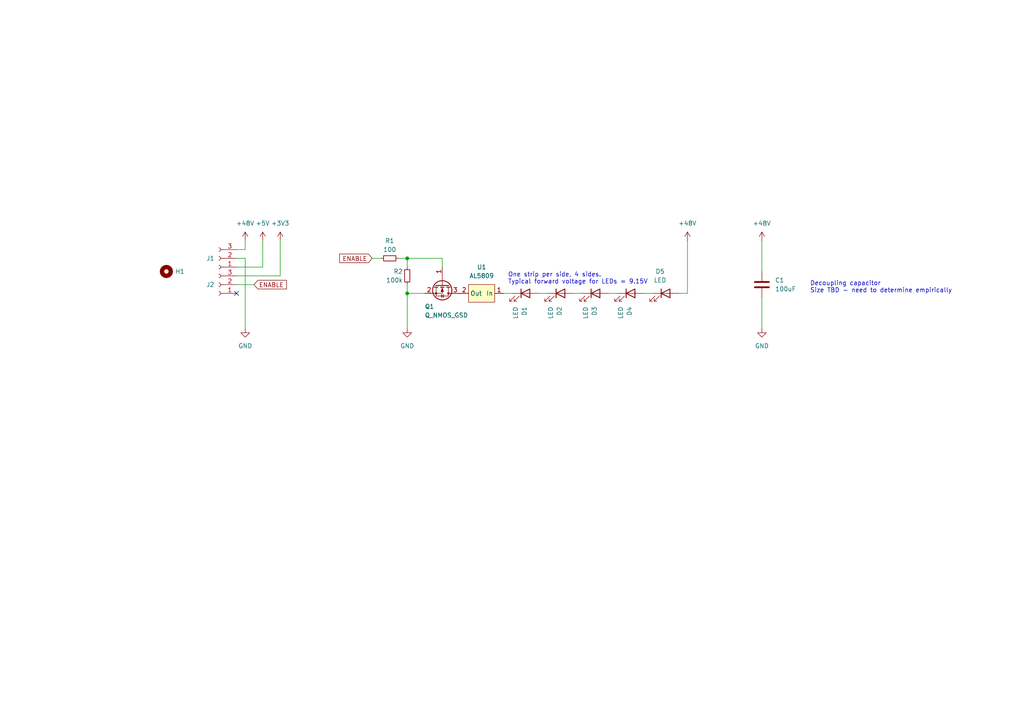
<source format=kicad_sch>
(kicad_sch (version 20211123) (generator eeschema)
  (paper "A4")
  (lib_symbols
    (symbol "Connector:Conn_01x03_Female" (pin_names (offset 1.016) hide)
      (property "Reference" "J" (at 0 5.08 0))
      (property "Value" "Conn_01x03_Female" (at 0 -5.08 0))
      (symbol "Conn_01x03_Female_1_1"
        (arc (start 0 -2.032) (mid -0.508 -2.54) (end 0 -3.048) (stroke (width 0.1524)))
        (polyline (pts (xy -1.27 -2.54) (xy -0.508 -2.54)) (stroke (width 0.1524)))
        (polyline (pts (xy -1.27 0) (xy -0.508 0)) (stroke (width 0.1524)))
        (polyline (pts (xy -1.27 2.54) (xy -0.508 2.54)) (stroke (width 0.1524)))
        (arc (start 0 0.508) (mid -0.508 0) (end 0 -0.508) (stroke (width 0.1524)))
        (arc (start 0 3.048) (mid -0.508 2.54) (end 0 2.032) (stroke (width 0.1524)))
        (pin passive line (at -5.08 2.54 0) (length 3.81) (name "Pin_1") (number "1"))
        (pin passive line (at -5.08 0 0) (length 3.81) (name "Pin_2") (number "2"))
        (pin passive line (at -5.08 -2.54 0) (length 3.81) (name "Pin_3") (number "3"))
      )
    )
    (symbol "Device:C" (pin_numbers hide) (pin_names (offset 0.254))
      (property "Reference" "C" (at 0.635 2.54 0))
      (property "Value" "C" (at 0.635 -2.54 0))
      (symbol "C_0_1"
        (polyline (pts (xy -2.032 -0.762) (xy 2.032 -0.762)) (stroke (width 0.508)))
        (polyline (pts (xy -2.032 0.762) (xy 2.032 0.762)) (stroke (width 0.508)))
      )
      (symbol "C_1_1"
        (pin passive line (at 0 3.81 270) (length 2.794) (name "~") (number "1"))
        (pin passive line (at 0 -3.81 90) (length 2.794) (name "~") (number "2"))
      )
    )
    (symbol "Device:LED" (pin_numbers hide) (pin_names (offset 1.016) hide)
      (property "Reference" "D" (at 0 2.54 0))
      (property "Value" "LED" (at 0 -2.54 0))
      (symbol "LED_0_1"
        (polyline (pts (xy -1.27 -1.27) (xy -1.27 1.27)) (stroke (width 0.254)))
        (polyline (pts (xy -1.27 0) (xy 1.27 0)))
        (polyline (pts (xy 1.27 -1.27) (xy 1.27 1.27) (xy -1.27 0) (xy 1.27 -1.27)) (stroke (width 0.254)))
        (polyline (pts (xy -3.048 -0.762) (xy -4.572 -2.286) (xy -3.81 -2.286) (xy -4.572 -2.286) (xy -4.572 -1.524)))
        (polyline (pts (xy -1.778 -0.762) (xy -3.302 -2.286) (xy -2.54 -2.286) (xy -3.302 -2.286) (xy -3.302 -1.524)))
      )
      (symbol "LED_1_1"
        (pin passive line (at -3.81 0 0) (length 2.54) (name "K") (number "1"))
        (pin passive line (at 3.81 0 180) (length 2.54) (name "A") (number "2"))
      )
    )
    (symbol "Device:Q_NMOS_GSD" (pin_names (offset 0) hide)
      (property "Reference" "Q" (at 5.08 1.27 0))
      (property "Value" "Q_NMOS_GSD" (at 5.08 -1.27 0))
      (symbol "Q_NMOS_GSD_0_1"
        (polyline (pts (xy 0.254 0) (xy -2.54 0)))
        (polyline (pts (xy 0.254 1.905) (xy 0.254 -1.905)) (stroke (width 0.254)))
        (polyline (pts (xy 0.762 -1.27) (xy 0.762 -2.286)) (stroke (width 0.254)))
        (polyline (pts (xy 0.762 0.508) (xy 0.762 -0.508)) (stroke (width 0.254)))
        (polyline (pts (xy 0.762 2.286) (xy 0.762 1.27)) (stroke (width 0.254)))
        (polyline (pts (xy 2.54 2.54) (xy 2.54 1.778)))
        (polyline (pts (xy 2.54 -2.54) (xy 2.54 0) (xy 0.762 0)))
        (polyline (pts (xy 0.762 -1.778) (xy 3.302 -1.778) (xy 3.302 1.778) (xy 0.762 1.778)))
        (polyline (pts (xy 1.016 0) (xy 2.032 0.381) (xy 2.032 -0.381) (xy 1.016 0)) (fill (type outline)))
        (polyline (pts (xy 2.794 0.508) (xy 2.921 0.381) (xy 3.683 0.381) (xy 3.81 0.254)))
        (polyline (pts (xy 3.302 0.381) (xy 2.921 -0.254) (xy 3.683 -0.254) (xy 3.302 0.381)))
        (circle (center 1.651 0) (radius 2.794) (stroke (width 0.254)))
        (circle (center 2.54 -1.778) (radius 0.254) (fill (type outline)))
        (circle (center 2.54 1.778) (radius 0.254) (fill (type outline)))
      )
      (symbol "Q_NMOS_GSD_1_1"
        (pin input line (at -5.08 0 0) (length 2.54) (name "G") (number "1"))
        (pin passive line (at 2.54 -5.08 90) (length 2.54) (name "S") (number "2"))
        (pin passive line (at 2.54 5.08 270) (length 2.54) (name "D") (number "3"))
      )
    )
    (symbol "Device:R_Small" (pin_numbers hide) (pin_names (offset 0.254) hide)
      (property "Reference" "R" (at 0.762 0.508 0))
      (property "Value" "R_Small" (at 0.762 -1.016 0))
      (symbol "R_Small_0_1"
        (rectangle (start -0.762 1.778) (end 0.762 -1.778) (stroke (width 0.2032)))
      )
      (symbol "R_Small_1_1"
        (pin passive line (at 0 2.54 270) (length 0.762) (name "~") (number "1"))
        (pin passive line (at 0 -2.54 90) (length 0.762) (name "~") (number "2"))
      )
    )
    (symbol "Jmptable_Driver_LED:AL5809"
      (property "Reference" "U" (at 0 6.35 0))
      (property "Value" "AL5809" (at 0 3.81 0))
      (symbol "AL5809_0_0"
        (pin power_in line (at -6.35 0 0) (length 2.54) (name "In") (number "1"))
        (pin power_out line (at 6.35 0 180) (length 2.54) (name "Out") (number "2"))
      )
      (symbol "AL5809_0_1"
        (rectangle (start -3.81 2.54) (end 3.81 -2.54) (fill (type background)))
      )
    )
    (symbol "Mechanical:MountingHole" (pin_names (offset 1.016))
      (property "Reference" "H" (at 0 5.08 0))
      (property "Value" "MountingHole" (at 0 3.175 0))
      (symbol "MountingHole_0_1"
        (circle (center 0 0) (radius 1.27) (stroke (width 1.27)))
      )
    )
    (symbol "power:+3.3V" (power) (pin_names (offset 0))
      (property "Value" "+3.3V" (at 0 3.556 0))
      (symbol "+3.3V_0_1"
        (polyline (pts (xy -0.762 1.27) (xy 0 2.54)))
        (polyline (pts (xy 0 0) (xy 0 2.54)))
        (polyline (pts (xy 0 2.54) (xy 0.762 1.27)))
      )
      (symbol "+3.3V_1_1"
        (pin power_in line (at 0 0 90) (length 0) hide (name "+3V3") (number "1"))
      )
    )
    (symbol "power:+48V" (power) (pin_names (offset 0))
      (property "Value" "+48V" (at 0 3.556 0))
      (symbol "+48V_0_1"
        (polyline (pts (xy -0.762 1.27) (xy 0 2.54)))
        (polyline (pts (xy 0 0) (xy 0 2.54)))
        (polyline (pts (xy 0 2.54) (xy 0.762 1.27)))
      )
      (symbol "+48V_1_1"
        (pin power_in line (at 0 0 90) (length 0) hide (name "+48V") (number "1"))
      )
    )
    (symbol "power:+5V" (power) (pin_names (offset 0))
      (property "Value" "+5V" (at 0 3.556 0))
      (symbol "+5V_0_1"
        (polyline (pts (xy -0.762 1.27) (xy 0 2.54)))
        (polyline (pts (xy 0 0) (xy 0 2.54)))
        (polyline (pts (xy 0 2.54) (xy 0.762 1.27)))
      )
      (symbol "+5V_1_1"
        (pin power_in line (at 0 0 90) (length 0) hide (name "+5V") (number "1"))
      )
    )
    (symbol "power:GND" (power) (pin_names (offset 0))
      (property "Value" "GND" (at 0 -3.81 0))
      (symbol "GND_0_1"
        (polyline (pts (xy 0 0) (xy 0 -1.27) (xy 1.27 -1.27) (xy 0 -2.54) (xy -1.27 -1.27) (xy 0 -1.27)))
      )
      (symbol "GND_1_1"
        (pin power_in line (at 0 0 270) (length 0) hide (name "GND") (number "1"))
      )
    )
  )
  (junction (at 118.11 85.09))
  (junction (at 118.11 74.93))
  (no_connect (at 68.58 85.09))
  (wire (pts (xy 68.58 74.93) (xy 71.12 74.93)))
  (wire (pts (xy 199.39 69.85) (xy 199.39 85.09)))
  (wire (pts (xy 220.98 86.36) (xy 220.98 95.25)))
  (wire (pts (xy 115.57 74.93) (xy 118.11 74.93)))
  (wire (pts (xy 68.58 77.47) (xy 76.2 77.47)))
  (wire (pts (xy 186.69 85.09) (xy 189.23 85.09)))
  (wire (pts (xy 118.11 82.55) (xy 118.11 85.09)))
  (wire (pts (xy 68.58 80.01) (xy 81.28 80.01)))
  (wire (pts (xy 76.2 77.47) (xy 76.2 69.85)))
  (wire (pts (xy 68.58 82.55) (xy 73.66 82.55)))
  (wire (pts (xy 158.75 85.09) (xy 156.21 85.09)))
  (wire (pts (xy 68.58 72.39) (xy 71.12 72.39)))
  (wire (pts (xy 148.59 85.09) (xy 146.05 85.09)))
  (wire (pts (xy 168.91 85.09) (xy 166.37 85.09)))
  (wire (pts (xy 107.95 74.93) (xy 110.49 74.93)))
  (wire (pts (xy 128.27 74.93) (xy 118.11 74.93)))
  (wire (pts (xy 118.11 85.09) (xy 118.11 95.25)))
  (wire (pts (xy 220.98 78.74) (xy 220.98 69.85)))
  (wire (pts (xy 128.27 74.93) (xy 128.27 77.47)))
  (wire (pts (xy 71.12 74.93) (xy 71.12 95.25)))
  (wire (pts (xy 81.28 80.01) (xy 81.28 69.85)))
  (wire (pts (xy 118.11 74.93) (xy 118.11 77.47)))
  (wire (pts (xy 199.39 85.09) (xy 196.85 85.09)))
  (wire (pts (xy 71.12 72.39) (xy 71.12 69.85)))
  (wire (pts (xy 179.07 85.09) (xy 176.53 85.09)))
  (wire (pts (xy 118.11 85.09) (xy 123.19 85.09)))
  (text "One strip per side, 4 sides.\nTypical forward voltage for LEDs = 9.15V \n" (at 147.32 82.55 0) (effects (font (size 1.27 1.27)) (justify left bottom)))
  (text "Decoupling capacitor\nSize TBD - need to determine empirically" (at 234.95 85.09 0) (effects (font (size 1.27 1.27)) (justify left bottom)))
  (global_label "ENABLE" (shape input) (at 107.95 74.93 180) (property "Intersheet References" "${INTERSHEET_REFS}" (effects hide)))
  (global_label "ENABLE" (shape input) (at 73.66 82.55 0) (property "Intersheet References" "${INTERSHEET_REFS}" (effects hide)))
  (symbol (lib_id "Mechanical:MountingHole") (at 48.26 78.74 0) (unit 1)
    (property "Reference" "H1" (at 50.8 78.7399 0) (effects (justify left)))
    (property "Value" "MountingHole" (effects hide))
    (property "Footprint" "MountingHole:MountingHole_3.5mm" (effects hide))
  )
  (symbol (lib_id "power:+3.3V") (at 81.28 69.85 0) (unit 1)
    (property "Reference" "#PWR0107" (effects hide))
    (property "Value" "+3.3V" (at 81.28 64.77 0))
  )
  (symbol (lib_id "Device:LED") (at 182.88 85.09 0) (unit 1)
    (property "Reference" "D4" (at 182.5626 88.9 90) (effects (justify right)))
    (property "Value" "LED" (at 180.0226 88.9 90) (effects (justify right)))
    (property "Footprint" "LED_SMD:LED_PLCC_2835_Handsoldering" (effects hide))
    (property "Datasheet" "https://cree-led.com/media/documents/data-sheet-JSeries-2835.pdf" (effects hide))
    (property "Digi-Key Part Number" "2138-JK2835BWT-W-H40EC0000-N0000001TR-ND" (effects hide))
  )
  (symbol (lib_id "Device:Q_NMOS_GSD") (at 128.27 82.55 270) (unit 1)
    (property "Reference" "Q1" (at 123.19 88.9 90) (effects (justify left)))
    (property "Value" "Q_NMOS_GSD" (at 123.19 91.44 90) (effects (justify left)))
    (property "Footprint" "Package_TO_SOT_SMD:SOT-723" (effects hide))
    (property "Digi-Key Part Number" "NTK3134NT1G" (effects hide))
  )
  (symbol (lib_id "Device:LED") (at 162.56 85.09 0) (unit 1)
    (property "Reference" "D2" (at 162.2426 88.9 90) (effects (justify right)))
    (property "Value" "LED" (at 159.7026 88.9 90) (effects (justify right)))
    (property "Footprint" "LED_SMD:LED_PLCC_2835_Handsoldering" (effects hide))
    (property "Datasheet" "https://cree-led.com/media/documents/data-sheet-JSeries-2835.pdf" (effects hide))
    (property "Digi-Key Part Number" "2138-JK2835BWT-W-H40EC0000-N0000001TR-ND" (effects hide))
  )
  (symbol (lib_id "power:+48V") (at 199.39 69.85 0) (unit 1)
    (property "Reference" "#PWR0106" (effects hide))
    (property "Value" "+48V" (at 199.39 64.77 0))
  )
  (symbol (lib_id "Device:LED") (at 193.04 85.09 0) (unit 1)
    (property "Reference" "D5" (at 191.4525 78.74 0))
    (property "Value" "LED" (at 191.4525 81.28 0))
    (property "Footprint" "LED_SMD:LED_PLCC_2835_Handsoldering" (effects hide))
    (property "Datasheet" "https://cree-led.com/media/documents/data-sheet-JSeries-2835.pdf" (effects hide))
    (property "Digi-Key Part Number" "2138-JK2835BWT-W-H40EC0000-N0000001TR-ND" (effects hide))
  )
  (symbol (lib_id "Device:C") (at 220.98 82.55 180) (unit 1)
    (property "Reference" "C1" (at 224.79 81.2799 0) (effects (justify right)))
    (property "Value" "100uF" (at 224.79 83.8199 0) (effects (justify right)))
    (property "Footprint" "Capacitor_SMD:C_0805_2012Metric" (effects hide))
  )
  (symbol (lib_id "power:+48V") (at 220.98 69.85 0) (unit 1)
    (property "Reference" "#PWR0105" (effects hide))
    (property "Value" "+48V" (at 220.98 64.77 0))
  )
  (symbol (lib_id "power:GND") (at 71.12 95.25 0) (unit 1)
    (property "Reference" "#PWR0103" (effects hide))
    (property "Value" "GND" (at 71.12 100.33 0))
  )
  (symbol (lib_id "Device:R_Small") (at 113.03 74.93 90) (unit 1)
    (property "Reference" "R1" (at 113.03 69.85 90))
    (property "Value" "100" (at 113.03 72.39 90))
    (property "Footprint" "Resistor_SMD:R_0402_1005Metric" (effects hide))
  )
  (symbol (lib_id "Device:LED") (at 152.4 85.09 0) (unit 1)
    (property "Reference" "D1" (at 152.0826 88.9 90) (effects (justify right)))
    (property "Value" "LED" (at 149.5426 88.9 90) (effects (justify right)))
    (property "Footprint" "LED_SMD:LED_PLCC_2835_Handsoldering" (effects hide))
    (property "Datasheet" "https://cree-led.com/media/documents/data-sheet-JSeries-2835.pdf" (effects hide))
    (property "Digi-Key Part Number" "2138-JK2835BWT-W-H40EC0000-N0000001TR-ND" (effects hide))
  )
  (symbol (lib_id "power:GND") (at 220.98 95.25 0) (unit 1)
    (property "Reference" "#PWR0104" (effects hide))
    (property "Value" "GND" (at 220.98 100.33 0))
  )
  (symbol (lib_id "power:+48V") (at 71.12 69.85 0) (unit 1)
    (property "Reference" "#PWR0101" (effects hide))
    (property "Value" "+48V" (at 71.12 64.77 0))
  )
  (symbol (lib_id "Device:R_Small") (at 118.11 80.01 0) (mirror y) (unit 1)
    (property "Reference" "R2" (at 116.84 78.74 0) (effects (justify left)))
    (property "Value" "100k" (at 116.84 81.28 0) (effects (justify left)))
    (property "Footprint" "Resistor_SMD:R_0402_1005Metric" (effects hide))
  )
  (symbol (lib_id "Device:LED") (at 172.72 85.09 0) (unit 1)
    (property "Reference" "D3" (at 172.4026 88.9 90) (effects (justify right)))
    (property "Value" "LED" (at 169.8626 88.9 90) (effects (justify right)))
    (property "Footprint" "LED_SMD:LED_PLCC_2835_Handsoldering" (effects hide))
    (property "Datasheet" "https://cree-led.com/media/documents/data-sheet-JSeries-2835.pdf" (effects hide))
    (property "Digi-Key Part Number" "2138-JK2835BWT-W-H40EC0000-N0000001TR-ND" (effects hide))
  )
  (symbol (lib_id "Connector:Conn_01x03_Female") (at 63.5 82.55 180) (unit 1)
    (property "Reference" "J2" (at 62.23 82.55 0) (effects (justify left)))
    (property "Value" "Conn_01x03_Female" (effects hide))
    (property "Footprint" "Connector_PinHeader_2.54mm:PinHeader_1x03_P2.54mm_Vertical" (effects hide))
  )
  (symbol (lib_id "power:+5V") (at 76.2 69.85 0) (unit 1)
    (property "Reference" "#PWR0108" (effects hide))
    (property "Value" "+5V" (at 76.2 64.77 0))
  )
  (symbol (lib_id "Connector:Conn_01x03_Female") (at 63.5 74.93 180) (unit 1)
    (property "Reference" "J1" (at 62.23 74.93 0) (effects (justify left)))
    (property "Value" "Conn_01x03_Female" (effects hide))
    (property "Footprint" "Connector_PinHeader_2.54mm:PinHeader_1x03_P2.54mm_Vertical" (effects hide))
  )
  (symbol (lib_id "power:GND") (at 118.11 95.25 0) (unit 1)
    (property "Reference" "#PWR0102" (effects hide))
    (property "Value" "GND" (at 118.11 100.33 0))
  )
  (symbol (lib_id "Jmptable_Driver_LED:AL5809") (at 139.7 85.09 180) (unit 1)
    (property "Reference" "U1" (at 139.7 77.47 0))
    (property "Value" "AL5809" (at 139.7 80.01 0))
    (property "Footprint" "Diode_SMD:D_PowerDI-123" (effects hide))
    (property "Datasheet" "https://www.diodes.com/assets/Datasheets/AL5809.pdf" (effects hide))
    (property "Digi-Key Part Number" "AL5809-100P1-7DITR-ND" (effects hide))
  )
)
</source>
